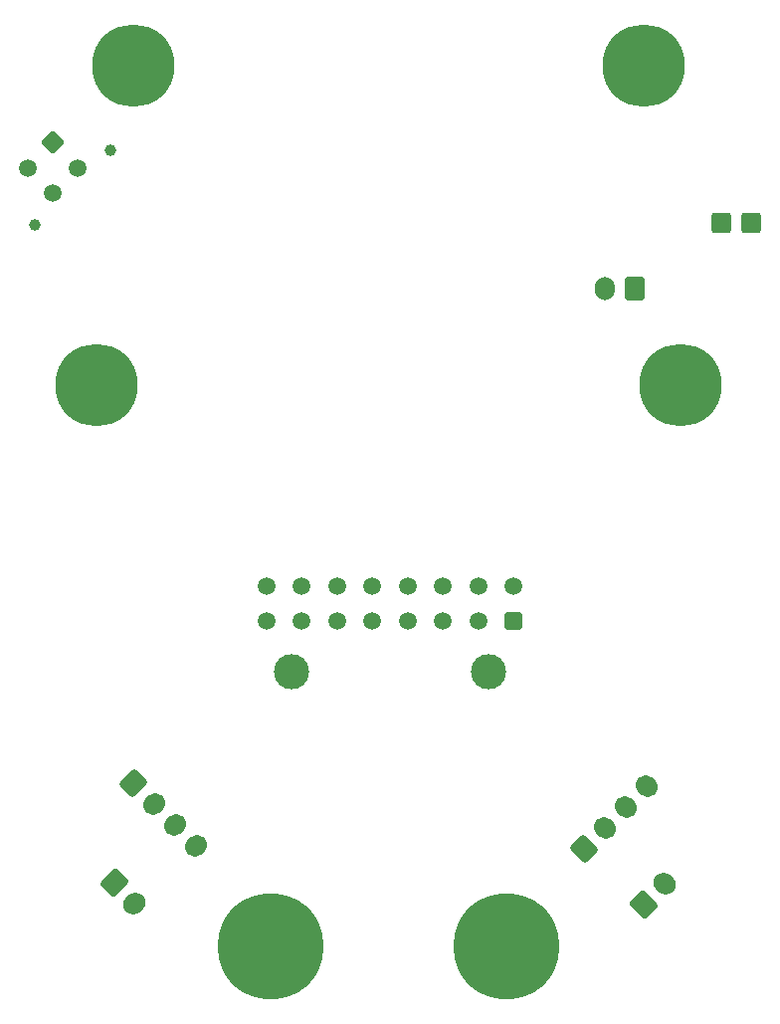
<source format=gbr>
%TF.GenerationSoftware,KiCad,Pcbnew,(6.0.8)*%
%TF.CreationDate,2023-01-17T07:54:51-05:00*%
%TF.ProjectId,K1+K2 Carabiner for Mosquito,4b312b4b-3220-4436-9172-6162696e6572,rev?*%
%TF.SameCoordinates,Original*%
%TF.FileFunction,Soldermask,Bot*%
%TF.FilePolarity,Negative*%
%FSLAX46Y46*%
G04 Gerber Fmt 4.6, Leading zero omitted, Abs format (unit mm)*
G04 Created by KiCad (PCBNEW (6.0.8)) date 2023-01-17 07:54:51*
%MOMM*%
%LPD*%
G01*
G04 APERTURE LIST*
G04 Aperture macros list*
%AMRoundRect*
0 Rectangle with rounded corners*
0 $1 Rounding radius*
0 $2 $3 $4 $5 $6 $7 $8 $9 X,Y pos of 4 corners*
0 Add a 4 corners polygon primitive as box body*
4,1,4,$2,$3,$4,$5,$6,$7,$8,$9,$2,$3,0*
0 Add four circle primitives for the rounded corners*
1,1,$1+$1,$2,$3*
1,1,$1+$1,$4,$5*
1,1,$1+$1,$6,$7*
1,1,$1+$1,$8,$9*
0 Add four rect primitives between the rounded corners*
20,1,$1+$1,$2,$3,$4,$5,0*
20,1,$1+$1,$4,$5,$6,$7,0*
20,1,$1+$1,$6,$7,$8,$9,0*
20,1,$1+$1,$8,$9,$2,$3,0*%
%AMHorizOval*
0 Thick line with rounded ends*
0 $1 width*
0 $2 $3 position (X,Y) of the first rounded end (center of the circle)*
0 $4 $5 position (X,Y) of the second rounded end (center of the circle)*
0 Add line between two ends*
20,1,$1,$2,$3,$4,$5,0*
0 Add two circle primitives to create the rounded ends*
1,1,$1,$2,$3*
1,1,$1,$4,$5*%
G04 Aperture macros list end*
%ADD10RoundRect,0.250000X-0.954594X-0.106066X-0.106066X-0.954594X0.954594X0.106066X0.106066X0.954594X0*%
%ADD11HorizOval,1.700000X-0.106066X-0.106066X0.106066X0.106066X0*%
%ADD12RoundRect,0.250000X0.088388X-0.936916X0.936916X-0.088388X-0.088388X0.936916X-0.936916X0.088388X0*%
%ADD13HorizOval,1.700000X-0.088388X0.088388X0.088388X-0.088388X0*%
%ADD14C,3.000000*%
%ADD15RoundRect,0.250001X0.499999X0.499999X-0.499999X0.499999X-0.499999X-0.499999X0.499999X-0.499999X0*%
%ADD16C,1.500000*%
%ADD17RoundRect,0.297500X-0.552500X-0.577500X0.552500X-0.577500X0.552500X0.577500X-0.552500X0.577500X0*%
%ADD18C,7.000000*%
%ADD19C,9.000000*%
%ADD20RoundRect,0.250000X-0.936916X-0.088388X-0.088388X-0.936916X0.936916X0.088388X0.088388X0.936916X0*%
%ADD21HorizOval,1.700000X-0.088388X-0.088388X0.088388X0.088388X0*%
%ADD22RoundRect,0.250000X0.600000X0.750000X-0.600000X0.750000X-0.600000X-0.750000X0.600000X-0.750000X0*%
%ADD23O,1.700000X2.000000*%
%ADD24RoundRect,0.250000X0.106066X-0.954594X0.954594X-0.106066X-0.106066X0.954594X-0.954594X0.106066X0*%
%ADD25HorizOval,1.700000X-0.106066X0.106066X0.106066X-0.106066X0*%
%ADD26C,1.000000*%
%ADD27RoundRect,0.250001X0.000000X0.707105X-0.707105X0.000000X0.000000X-0.707105X0.707105X0.000000X0*%
G04 APERTURE END LIST*
D10*
%TO.C,P_CF2*%
X38735000Y-104775000D03*
D11*
X40502767Y-106542767D03*
%TD*%
D12*
%TO.C,EStepper1*%
X78740000Y-101854000D03*
D13*
X80507767Y-100086233D03*
X82275534Y-98318466D03*
X84043301Y-96550699D03*
%TD*%
D14*
%TO.C,Carabiner_Input1*%
X70570000Y-86820000D03*
X53870000Y-86820000D03*
D15*
X72730000Y-82500000D03*
D16*
X69730000Y-82500000D03*
X66730000Y-82500000D03*
X63730000Y-82500000D03*
X60730000Y-82500000D03*
X57730000Y-82500000D03*
X54730000Y-82500000D03*
X51730000Y-82500000D03*
X72730000Y-79500000D03*
X69730000Y-79500000D03*
X66730000Y-79500000D03*
X63730000Y-79500000D03*
X60730000Y-79500000D03*
X57730000Y-79500000D03*
X54730000Y-79500000D03*
X51730000Y-79500000D03*
%TD*%
D17*
%TO.C,ChamberTh1*%
X90424000Y-48641000D03*
X92964000Y-48641000D03*
%TD*%
D18*
%TO.C,H5*%
X37287074Y-62414644D03*
%TD*%
D19*
%TO.C,H1*%
X52106522Y-110180268D03*
%TD*%
D18*
%TO.C,H4*%
X86925970Y-62414644D03*
%TD*%
%TO.C,H3*%
X83856522Y-35180268D03*
%TD*%
%TO.C,H6*%
X40356522Y-35180268D03*
%TD*%
D20*
%TO.C,ZBeacon1*%
X40391581Y-96291119D03*
D21*
X42159348Y-98058886D03*
X43927115Y-99826653D03*
X45694882Y-101594420D03*
%TD*%
D19*
%TO.C,H2*%
X72106522Y-110180268D03*
%TD*%
D22*
%TO.C,HE_CF1*%
X83018000Y-54229000D03*
D23*
X80518000Y-54229000D03*
%TD*%
D24*
%TO.C,P_CF1*%
X83834886Y-106557653D03*
D25*
X85602653Y-104789886D03*
%TD*%
D26*
%TO.C,Th+He1*%
X32031911Y-48809872D03*
X38395872Y-42445911D03*
D27*
X33488551Y-41781231D03*
D16*
X31367231Y-43902551D03*
X35609871Y-43902551D03*
X33488551Y-46023872D03*
%TD*%
M02*

</source>
